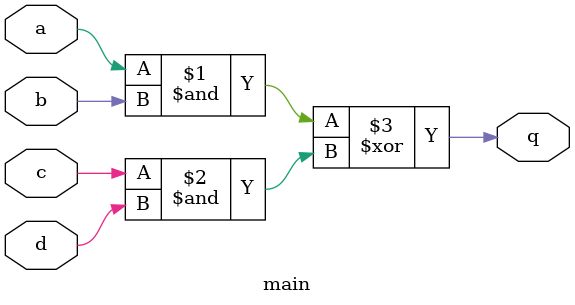
<source format=v>
module main(
            output q,
            input wire a,
            input wire b,
            input wire c,
            input wire d);
  assign q = (a & b) ^ (c & d);
endmodule

</source>
